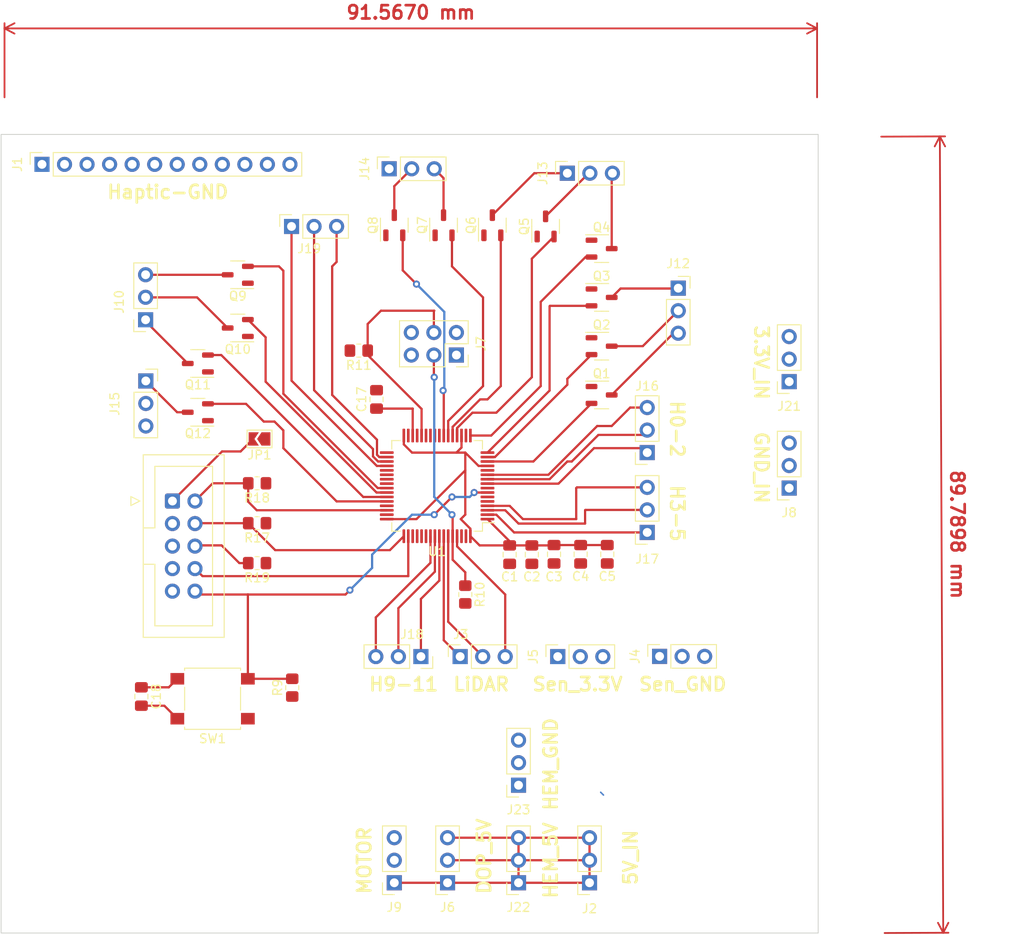
<source format=kicad_pcb>
(kicad_pcb (version 20221018) (generator pcbnew)
  (layers (0 "F.Cu" signal) (31 "B.Cu" signal) (34 "B.Paste" user) (35 "F.Paste" user) (36 "B.SilkS" user "B.Silkscreen") (37 "F.SilkS" user "F.Silkscreen") (38 "B.Mask" user) (39 "F.Mask" user) (44 "Edge.Cuts" user))
  (net 0 "")
  (net 1 "GND")
  (net 2 "+5V")
  (net 3 "+3.3V")
  (net 4 "/Vcap")
  (net 5 "/NRST")
  (net 6 "/I2C1_SCL")
  (net 7 "/I2C1_SDA")
  (net 8 "/Radar_Read")
  (net 9 "BOOT0")
  (net 10 "BOOT1")
  (net 11 "/bigmotor")
  (net 12 "/M10")
  (net 13 "/M9")
  (net 14 "/M8")
  (net 15 "/M2")
  (net 16 "/M1")
  (net 17 "/M0")
  (net 18 "/M5")
  (net 19 "/M4")
  (net 20 "/M3")
  (net 22 "/M7")
  (net 23 "/M6")
  (net 24 "/M11")
  (net 27 "/H4")
  (net 28 "/H8")
  (net 29 "/H7")
  (net 30 "/H10")
  (net 31 "/H5")
  (net 32 "/H6")
  (net 33 "/H0")
  (net 34 "/H9")
  (net 35 "/H11")
  (net 36 "/H3")
  (net 37 "/H2")
  (net 38 "/H1")
  (net 39 "Net-(J20-VTref)")
  (net 40 "/JTMS{slash}SWDIO")
  (net 41 "/JTCK{slash}SWCLK")
  (net 42 "/JTDO{slash}TRACESWO")
  (net 44 "/JTDI")
  (net 45 "/T0")
  (net 46 "/T1")
  (net 47 "/T2")
  (net 48 "/T3")
  (net 49 "/T4")
  (net 50 "/T5")
  (net 51 "/T6")
  (net 52 "/T7")
  (net 53 "/T8")
  (net 54 "/T9")
  (net 55 "/T10")
  (net 56 "/T11")
  (footprint "Connector_PinSocket_2.54mm:PinSocket_1x03_P2.54mm_Vertical" (layer "F.Cu") (at 176 56.96)
    (fp_text reference "J12")
    (fp_text value "Screw_Terminal_01x03")
  )
  (footprint "Connector_PinSocket_2.54mm:PinSocket_1x03_P2.54mm_Vertical" (layer "F.Cu") (at 144 124 180)
    (fp_text reference "J9")
    (fp_text value "Screw_Terminal_01x03")
  )
  (footprint "Resistor_SMD:R_0805_2012Metric_Pad1.20x1.40mm_HandSolder" (layer "F.Cu") (at 128.54 78.96 180)
    (fp_text reference "R18")
    (fp_text value "100k")
  )
  (footprint "Capacitor_SMD:C_0805_2012Metric_Pad1.18x1.45mm_HandSolder" (layer "F.Cu") (at 159.5 87 -90)
    (fp_text reference "C2")
    (fp_text value "100nF")
  )
  (footprint "Resistor_SMD:R_0805_2012Metric_Pad1.20x1.40mm_HandSolder" (layer "F.Cu") (at 128.54 87.96 180)
    (fp_text reference "R19")
    (fp_text value "100k")
  )
  (footprint "Capacitor_SMD:C_0805_2012Metric_Pad1.18x1.45mm_HandSolder" (layer "F.Cu") (at 168 86.9625 -90)
    (fp_text reference "C5")
    (fp_text value "4.7uF")
  )
  (footprint "Package_TO_SOT_SMD:SOT-23-3" (layer "F.Cu") (at 167.3625 52.5)
    (fp_text reference "Q4")
    (fp_text value "NMOS")
  )
  (footprint "Resistor_SMD:R_0805_2012Metric_Pad1.20x1.40mm_HandSolder" (layer "F.Cu") (at 152 91.5 -90)
    (fp_text reference "R10")
    (fp_text value "10k")
  )
  (footprint "Package_TO_SOT_SMD:SOT-23-3" (layer "F.Cu") (at 167.3625 63.5)
    (fp_text reference "Q2")
    (fp_text value "NMOS")
  )
  (footprint "Package_TO_SOT_SMD:SOT-23-3" (layer "F.Cu") (at 121.8625 70.95 180)
    (fp_text reference "Q12")
    (fp_text value "NMOS")
  )
  (footprint "Connector_PinSocket_2.54mm:PinSocket_2x03_P2.54mm_Vertical" (layer "F.Cu") (at 151 64.5 -90)
    (fp_text reference "J7")
    (fp_text value "Conn_02x03_Odd_Even")
  )
  (footprint "Connector_PinSocket_2.54mm:PinSocket_1x03_P2.54mm_Vertical" (layer "F.Cu") (at 172.5 75.5 180)
    (fp_text reference "J16")
    (fp_text value "Screw_Terminal_01x03")
  )
  (footprint "Package_QFP:LQFP-64_10x10mm_P0.5mm" (layer "F.Cu") (at 148.825 79.25 180)
    (fp_text reference "U1")
    (fp_text value "STM32F401RBTx")
  )
  (footprint "Package_TO_SOT_SMD:SOT-23-3" (layer "F.Cu") (at 144 49.8625 90)
    (fp_text reference "Q8")
    (fp_text value "NMOS")
  )
  (footprint "Capacitor_SMD:C_0805_2012Metric_Pad1.18x1.45mm_HandSolder" (layer "F.Cu") (at 162 86.9625 -90)
    (fp_text reference "C3")
    (fp_text value "100nF")
  )
  (footprint "Package_TO_SOT_SMD:SOT-23-3" (layer "F.Cu") (at 126.3625 61.45 180)
    (fp_text reference "Q10")
    (fp_text value "NMOS")
  )
  (footprint "Connector_PinSocket_2.54mm:PinSocket_1x03_P2.54mm_Vertical" (layer "F.Cu") (at 163.5 44 90)
    (fp_text reference "J13")
    (fp_text value "Screw_Terminal_01x03")
  )
  (footprint "Connector_PinSocket_2.54mm:PinSocket_1x03_P2.54mm_Vertical" (layer "F.Cu") (at 188.5 79.5 180)
    (fp_text reference "J8")
    (fp_text value "Screw_Terminal_01x03")
  )
  (footprint "Capacitor_SMD:C_0805_2012Metric_Pad1.18x1.45mm_HandSolder" (layer "F.Cu") (at 142 69.5 90)
    (fp_text reference "C17")
    (fp_text value "2.2uF")
  )
  (footprint "Connector_PinSocket_2.54mm:PinSocket_1x03_P2.54mm_Vertical" (layer "F.Cu") (at 162.42 98.5 90)
    (fp_text reference "J5")
    (fp_text value "Screw_Terminal_01x03")
  )
  (footprint "Package_TO_SOT_SMD:SOT-23-3" (layer "F.Cu") (at 126.3625 55.45 180)
    (fp_text reference "Q9")
    (fp_text value "NMOS")
  )
  (footprint "Jumper:SolderJumper-2_P1.3mm_Open_TrianglePad1.0x1.5mm" (layer "F.Cu") (at 128.815 73.96 180)
    (fp_text reference "JP1")
    (fp_text value "SolderJumper_2_Open")
  )
  (footprint "Connector_PinSocket_2.54mm:PinSocket_1x03_P2.54mm_Vertical" (layer "F.Cu") (at 132.42 50 90)
    (fp_text reference "J19")
    (fp_text value "Screw_Terminal_01x03")
  )
  (footprint "Resistor_SMD:R_0805_2012Metric_Pad1.20x1.40mm_HandSolder" (layer "F.Cu") (at 140 64 180)
    (fp_text reference "R11")
    (fp_text value "10k")
  )
  (footprint "Connector_PinSocket_2.54mm:PinSocket_1x03_P2.54mm_Vertical" (layer "F.Cu") (at 147 98.5 -90)
    (fp_text reference "J18")
    (fp_text value "Screw_Terminal_01x03")
  )
  (footprint "Package_TO_SOT_SMD:SOT-23-3" (layer "F.Cu") (at 121.8625 65.45 180)
    (fp_text reference "Q11")
    (fp_text value "NMOS")
  )
  (footprint "Resistor_SMD:R_0805_2012Metric_Pad1.20x1.40mm_HandSolder" (layer "F.Cu") (at 132.5 102 90)
    (fp_text reference "R9")
    (fp_text value "10k")
  )
  (footprint "Package_TO_SOT_SMD:SOT-23-3" (layer "F.Cu") (at 161.05 50 90)
    (fp_text reference "Q5")
    (fp_text value "NMOS")
  )
  (footprint "Connector_PinSocket_2.54mm:PinSocket_1x12_P2.54mm_Vertical" (layer "F.Cu") (at 104.3 43 90)
    (fp_text reference "J1")
    (fp_text value "Screw_Terminal_01x12")
  )
  (footprint "Capacitor_SMD:C_0805_2012Metric_Pad1.18x1.45mm_HandSolder" (layer "F.Cu") (at 115.5 103 -90)
    (fp_text reference "C18")
    (fp_text value "1uF")
  )
  (footprint "Connector_IDC:IDC-Header_2x05_P2.54mm_Vertical" (layer "F.Cu") (at 119 80.96)
    (fp_text reference "J20" hide)
    (fp_text value "Conn_ARM_JTAG_SWD_10")
  )
  (footprint "Capacitor_SMD:C_0805_2012Metric_Pad1.18x1.45mm_HandSolder" (layer "F.Cu") (at 165 86.9625 -90)
    (fp_text reference "C4")
    (fp_text value "100nF")
  )
  (footprint "Connector_PinSocket_2.54mm:PinSocket_1x03_P2.54mm_Vertical" (layer "F.Cu") (at 172.5 84.5 180)
    (fp_text reference "J17")
    (fp_text value "Screw_Terminal_01x03")
  )
  (footprint "Capacitor_SMD:C_0805_2012Metric_Pad1.18x1.45mm_HandSolder" (layer "F.Cu") (at 157 87 -90)
    (fp_text reference "C1")
    (fp_text value "100nF")
  )
  (footprint "Resistor_SMD:R_0805_2012Metric_Pad1.20x1.40mm_HandSolder" (layer "F.Cu") (at 128.54 83.46 180)
    (fp_text reference "R17")
    (fp_text value "100k")
  )
  (footprint "Package_TO_SOT_SMD:SOT-23-3" (layer "F.Cu") (at 149.55 49.8625 90)
    (fp_text reference "Q7")
    (fp_text value "NMOS")
  )
  (footprint "Connector_PinSocket_2.54mm:PinSocket_1x03_P2.54mm_Vertical" (layer "F.Cu") (at 115.975 60.525 180)
    (fp_text reference "J10")
    (fp_text value "Screw_Terminal_01x03")
  )
  (footprint "Button_Switch_SMD:SW_SPST_B3S-1000" (layer "F.Cu") (at 123.525 103.25 180)
    (fp_text reference "SW1")
    (fp_text value "SW_Push")
  )
  (footprint "Package_TO_SOT_SMD:SOT-23-3" (layer "F.Cu") (at 167.3625 69)
    (fp_text reference "Q1")
    (fp_text value "NMOS")
  )
  (footprint "Package_TO_SOT_SMD:SOT-23-3" (layer "F.Cu") (at 167.3625 58)
    (fp_text reference "Q3")
    (fp_text value "NMOS")
  )
  (footprint "Connector_PinSocket_2.54mm:PinSocket_1x03_P2.54mm_Vertical" (layer "F.Cu") (at 158 113 180)
    (fp_text reference "J23")
    (fp_text value "Screw_Terminal_01x03")
  )
  (footprint "Connector_PinSocket_2.54mm:PinSocket_1x03_P2.54mm_Vertical" (layer "F.Cu") (at 166 124 180)
    (fp_text reference "J2")
    (fp_text value "Screw_Terminal_01x03")
  )
  (footprint "Connector_PinSocket_2.54mm:PinSocket_1x03_P2.54mm_Vertical" (layer "F.Cu") (at 116 67.42)
    (fp_text reference "J15")
    (fp_text value "Screw_Terminal_01x03")
  )
  (footprint "Connector_PinSocket_2.54mm:PinSocket_1x03_P2.54mm_Vertical" (layer "F.Cu") (at 143.42 43.5 90)
    (fp_text reference "J14")
    (fp_text value "Screw_Terminal_01x03")
  )
  (footprint "Connector_PinSocket_2.54mm:PinSocket_1x03_P2.54mm_Vertical" (layer "F.Cu") (at 150 124 180)
    (fp_text reference "J6")
    (fp_text value "Screw_Terminal_01x03")
  )
  (footprint "Connector_PinSocket_2.54mm:PinSocket_1x03_P2.54mm_Vertical" (layer "F.Cu") (at 173.895 98.475 90)
    (fp_text reference "J4")
    (fp_text value "Screw_Terminal_01x03")
  )
  (footprint "Package_TO_SOT_SMD:SOT-23-3" (layer "F.Cu") (at 155.05 49.8625 90)
    (fp_text reference "Q6")
    (fp_text value "NMOS")
  )
  (footprint "Connector_PinSocket_2.54mm:PinSocket_1x03_P2.54mm_Vertical" (layer "F.Cu") (at 188.5 67.5 180)
    (fp_text reference "J21")
    (fp_text value "Screw_Terminal_01x03")
  )
  (footprint "Connector_PinSocket_2.54mm:PinSocket_1x03_P2.54mm_Vertical" (layer "F.Cu") (at 158 124 180)
    (fp_text reference "J22")
    (fp_text value "Screw_Terminal_01x03")
  )
  (footprint "Connector_PinSocket_2.54mm:PinSocket_1x03_P2.54mm_Vertical" (layer "F.Cu") (at 151.42 98.5 90)
    (fp_text reference "J3")
    (fp_text value "Screw_Terminal_01x03")
  )
  (gr_rect (start 99.695 39.624) (end 191.77 129.667) (stroke (width 0.1)) (fill none) (layer "Edge.Cuts"))
  (gr_text "H9-11" (at 141 102.5) (layer "F.SilkS") (effects (font (size 1.5 1.5) (thickness 0.3) bold) (justify left bottom)))
  (gr_text "Haptic-GND" (at 111.5 47) (layer "F.SilkS") (effects (font (size 1.5 1.5) (thickness 0.3) bold) (justify left bottom)))
  (gr_text "H3-5" (at 175 79 -90) (layer "F.SilkS") (effects (font (size 1.5 1.5) (thickness 0.3) bold) (justify left bottom)))
  (gr_text "Sen_GND" (at 171.42 102.5) (layer "F.SilkS") (effects (font (size 1.5 1.5) (thickness 0.3) bold) (justify left bottom)))
  (gr_text "DOP_5V\n" (at 155 125.42 90) (layer "F.SilkS") (effects (font (size 1.5 1.5) (thickness 0.3) bold) (justify left bottom)))
  (gr_text "GND_IN" (at 184.5 73 -90) (layer "F.SilkS") (effects (font (size 1.5 1.5) (thickness 0.3) bold) (justify left bottom)))
  (gr_text "H0-2" (at 175 69.5 -90) (layer "F.SilkS") (effects (font (size 1.5 1.5) (thickness 0.3) bold) (justify left bottom)))
  (gr_text "LiDAR" (at 150.5 102.5) (layer "F.SilkS") (effects (font (size 1.5 1.5) (thickness 0.3) bold) (justify left bottom)))
  (gr_text "3.3V_IN\n" (at 184.5 61 -90) (layer "F.SilkS") (effects (font (size 1.5 1.5) (thickness 0.3) bold) (justify left bottom)))
  (gr_text "MOTOR" (at 141.5 125.42 90) (layer "F.SilkS") (effects (font (size 1.5 1.5) (thickness 0.3) bold) (justify left bottom)))
  (gr_text "5V_IN" (at 171.5 124.42 90) (layer "F.SilkS") (effects (font (size 1.5 1.5) (thickness 0.3) bold) (justify left bottom)))
  (gr_text "HEM_5V" (at 162.5 125.92 90) (layer "F.SilkS") (effects (font (size 1.5 1.5) (thickness 0.3) bold) (justify left bottom)))
  (gr_text "HEM_GND" (at 162.5 116 90) (layer "F.SilkS") (effects (font (size 1.5 1.5) (thickness 0.3) bold) (justify left bottom)))
  (gr_text "Sen_3.3V" (at 159.42 102.5) (layer "F.SilkS") (effects (font (size 1.5 1.5) (thickness 0.3) bold) (justify left bottom)))
  (dimension (type aligned) (layer "F.Cu") (pts (xy 198.374 39.878) (xy 198.755 129.667)) (height -7.103454) (gr_text "89.7898 mm" (at 207.467874 84.73472 270.2431207) (layer "F.Cu") (effects (font (size 1.5 1.5) (thickness 0.3)))) (format (prefix "") (suffix "") (units 3) (units_format 1) (precision 4)) (style (thickness 0.2) (arrow_length 1.27) (text_position_mode 0) (extension_height 0.58642) (extension_offset 0.5) keep_text_aligned))
  (dimension (type aligned) (layer "F.Cu") (pts (xy 100.076 35.941) (xy 191.643 35.941)) (height -8.26788) (gr_text "91.5670 mm" (at 145.8595 25.87312) (layer "F.Cu") (effects (font (size 1.5 1.5) (thickness 0.3)))) (format (prefix "") (suffix "") (units 3) (units_format 1) (precision 4)) (style (thickness 0.2) (arrow_length 1.27) (text_position_mode 0) (extension_height 0.58642) (extension_offset 0.5) keep_text_aligned))
  (segment (start 118.0875 104.0375) (end 119.55 105.5) (width 0.25) (layer "F.Cu") (net 1))
  (segment (start 115.5 104.0375) (end 118.0875 104.0375) (width 0.25) (layer "F.Cu") (net 1))
  (segment (start 158 121.46) (end 158 118.92) (width 0.25) (layer "F.Cu") (net 2))
  (segment (start 158 124) (end 158 121.46) (width 0.25) (layer "F.Cu") (net 2))
  (segment (start 158 118.92) (end 150 118.92) (width 0.25) (layer "F.Cu") (net 2))
  (segment (start 166 121.46) (end 166 118.92) (width 0.25) (layer "F.Cu") (net 2))
  (segment (start 150 124) (end 144 124) (width 0.25) (layer "F.Cu") (net 2))
  (segment (start 166 124) (end 158 124) (width 0.25) (layer "F.Cu") (net 2))
  (segment (start 166 118.92) (end 158 118.92) (width 0.25) (layer "F.Cu") (net 2))
  (segment (start 166 121.46) (end 158 121.46) (width 0.25) (layer "F.Cu") (net 2))
  (segment (start 158 124) (end 150 124) (width 0.25) (layer "F.Cu") (net 2))
  (segment (start 158 121.46) (end 150 121.46) (width 0.25) (layer "F.Cu") (net 2))
  (segment (start 166 124) (end 166 121.46) (width 0.25) (layer "F.Cu") (net 2))
  (segment (start 152 75.5) (end 153.5 77) (width 0.25) (layer "F.Cu") (net 3))
  (segment (start 151.575 74.925) (end 151.575 73.575) (width 0.25) (layer "F.Cu") (net 3))
  (segment (start 151.492764 83) (end 152.575 84.082236) (width 0.25) (layer "F.Cu") (net 3))
  (segment (start 157 85.9625) (end 153.6125 85.9625) (width 0.25) (layer "F.Cu") (net 3))
  (segment (start 146 75.5) (end 151 75.5) (width 0.25) (layer "F.Cu") (net 3))
  (segment (start 153.6125 85.9625) (end 152.575 84.925) (width 0.25) (layer "F.Cu") (net 3))
  (segment (start 151 75.5) (end 152 75.5) (width 0.25) (layer "F.Cu") (net 3))
  (segment (start 162 85.925) (end 165 85.925) (width 0.25) (layer "F.Cu") (net 3))
  (segment (start 157 85.9625) (end 159.5 85.9625) (width 0.25) (layer "F.Cu") (net 3))
  (segment (start 151.492764 83) (end 152 82.492764) (width 0.25) (layer "F.Cu") (net 3))
  (segment (start 151 75.5) (end 151.575 74.925) (width 0.25) (layer "F.Cu") (net 3))
  (segment (start 152 82.492764) (end 152 75.5) (width 0.25) (layer "F.Cu") (net 3))
  (segment (start 161.9625 85.9625) (end 162 85.925) (width 0.25) (layer "F.Cu") (net 3))
  (segment (start 157 85.5) (end 154.5 83) (width 0.25) (layer "F.Cu") (net 3))
  (segment (start 165 85.925) (end 168 85.925) (width 0.25) (layer "F.Cu") (net 3))
  (segment (start 145.075 74.575) (end 146 75.5) (width 0.25) (layer "F.Cu") (net 3))
  (segment (start 153.5 77) (end 154.5 77) (width 0.25) (layer "F.Cu") (net 3))
  (segment (start 146.5 83) (end 152 77.5) (width 0.25) (layer "F.Cu") (net 3))
  (segment (start 143.15 83) (end 146.5 83) (width 0.25) (layer "F.Cu") (net 3))
  (segment (start 145.075 73.575) (end 145.075 74.575) (width 0.25) (layer "F.Cu") (net 3))
  (segment (start 159.5 85.9625) (end 161.9625 85.9625) (width 0.25) (layer "F.Cu") (net 3))
  (segment (start 157 85.9625) (end 157 85.5) (width 0.25) (layer "F.Cu") (net 3))
  (segment (start 152.575 84.082236) (end 152.575 84.925) (width 0.25) (layer "F.Cu") (net 3))
  (segment locked (start 167.256788 113.794468) (end 167.57232 114.11) (width 0.175) (layer "B.Cu") (net 3))
  (segment (start 146.075 70.5375) (end 142 70.5375) (width 0.25) (layer "F.Cu") (net 4))
  (segment (start 146.075 73.575) (end 146.075 70.5375) (width 0.25) (layer "F.Cu") (net 4))
  (segment (start 127.5 101) (end 132.5 101) (width 0.25) (layer "F.Cu") (net 5))
  (segment (start 138.5 91.5) (end 139 91) (width 0.25) (layer "F.Cu") (net 5))
  (segment (start 115.5 101.9625) (end 118.5875 101.9625) (width 0.25) (layer "F.Cu") (net 5))
  (segment (start 127.5 91.5) (end 138.5 91.5) (width 0.25) (layer "F.Cu") (net 5))
  (segment (start 118.5875 101.9625) (end 119.55 101) (width 0.25) (layer "F.Cu") (net 5))
  (segment (start 153 80) (end 154.5 80) (width 0.25) (layer "F.Cu") (net 5))
  (segment (start 148.5 82.5) (end 150.5 80.5) (width 0.25) (layer "F.Cu") (net 5))
  (segment (start 121.54 91.12) (end 121.92 91.5) (width 0.25) (layer "F.Cu") (net 5))
  (segment (start 121.92 91.5) (end 127.5 91.5) (width 0.25) (layer "F.Cu") (net 5))
  (segment (start 127.5 101) (end 127.5 91.5) (width 0.25) (layer "F.Cu") (net 5))
  (via (at 150.5 80.5) (size 0.8) (drill 0.4) (layers "F.Cu" "B.Cu") (net 5))
  (via (at 148.5 82.5) (size 0.8) (drill 0.4) (layers "F.Cu" "B.Cu") (net 5))
  (via (at 153 80) (size 0.8) (drill 0.4) (layers "F.Cu" "B.Cu") (net 5))
  (via (at 139 91) (size 0.8) (drill 0.4) (layers "F.Cu" "B.Cu") (net 5))
  (segment (start 139 91) (end 141.5 88.5) (width 0.25) (layer "B.Cu") (net 5))
  (segment (start 150.5 80.5) (end 152.5 80.5) (width 0.25) (layer "B.Cu") (net 5))
  (segment (start 141.5 88.5) (end 141.5 87) (width 0.25) (layer "B.Cu") (net 5))
  (segment (start 146 82.5) (end 148.5 82.5) (width 0.25) (layer "B.Cu") (net 5))
  (segment (start 152.5 80.5) (end 153 80) (width 0.25) (layer "B.Cu") (net 5))
  (segment (start 141.5 87) (end 146 82.5) (width 0.25) (layer "B.Cu") (net 5))
  (segment (start 149.575 96.655) (end 151.42 98.5) (width 0.25) (layer "F.Cu") (net 6))
  (segment (start 149.575 84.925) (end 149.575 96.655) (width 0.25) (layer "F.Cu") (net 6))
  (segment (start 150.075 94.575) (end 153.96 98.46) (width 0.25) (layer "F.Cu") (net 7))
  (segment (start 153.96 98.46) (end 153.96 98.5) (width 0.25) (layer "F.Cu") (net 7))
  (segment (start 150.075 84.925) (end 150.075 94.575) (width 0.25) (layer "F.Cu") (net 7))
  (segment (start 151.075 86.075) (end 156.5 91.5) (width 0.25) (layer "F.Cu") (net 8))
  (segment (start 156.5 91.5) (end 156.5 98.5) (width 0.25) (layer "F.Cu") (net 8))
  (segment (start 151.075 84.925) (end 151.075 86.075) (width 0.25) (layer "F.Cu") (net 8))
  (segment (start 150.575 82.575) (end 150.575 84.925) (width 0.25) (layer "F.Cu") (net 9))
  (segment (start 152 89) (end 152 90.5) (width 0.25) (layer "F.Cu") (net 9))
  (segment (start 150.5 82.5) (end 150.575 82.575) (width 0.25) (layer "F.Cu") (net 9))
  (segment (start 148.46 66.96) (end 148.5 67) (width 0.25) (layer "F.Cu") (net 9))
  (segment (start 148.46 64.5) (end 148.46 66.96) (width 0.25) (layer "F.Cu") (net 9))
  (segment (start 150.575 84.925) (end 150.575 87.575) (width 0.25) (layer "F.Cu") (net 9))
  (segment (start 150.575 87.575) (end 152 89) (width 0.25) (layer "F.Cu") (net 9))
  (via (at 148.5 67) (size 0.8) (drill 0.4) (layers "F.Cu" "B.Cu") (net 9))
  (via (at 150.5 82.5) (size 0.8) (drill 0.4) (layers "F.Cu" "B.Cu") (net 9))
  (segment (start 148.5 80.5) (end 150.5 82.5) (width 0.25) (layer "B.Cu") (net 9))
  (segment (start 148.5 67) (end 148.5 80.5) (width 0.25) (layer "B.Cu") (net 9))
  (segment (start 148.46 61.96) (end 148.46 59.54) (width 0.25) (layer "F.Cu") (net 10))
  (segment (start 148.5 59.5) (end 142.5 59.5) (width 0.25) (layer "F.Cu") (net 10))
  (segment (start 147.075 73.575) (end 147.075 70.575) (width 0.25) (layer "F.Cu") (net 10))
  (segment (start 141 61) (end 141 64) (width 0.25) (layer "F.Cu") (net 10))
  (segment (start 142.5 59.5) (end 141 61) (width 0.25) (layer "F.Cu") (net 10))
  (segment (start 148.46 59.54) (end 148.5 59.5) (width 0.25) (layer "F.Cu") (net 10))
  (segment (start 147.075 70.575) (end 141 64.5) (width 0.25) (layer "F.Cu") (net 10))
  (segment (start 141 64.5) (end 141 64) (width 0.25) (layer "F.Cu") (net 10))
  (segment (start 115.975 60.7) (end 115.975 60.525) (width 0.25) (layer "F.Cu") (net 12))
  (segment (start 120.725 65.45) (end 115.975 60.7) (width 0.25) (layer "F.Cu") (net 12))
  (segment (start 125.225 61.45) (end 121.775 58) (width 0.25) (layer "F.Cu") (net 13))
  (segment (start 121.775 58) (end 115.99 58) (width 0.25) (layer "F.Cu") (net 13))
  (segment (start 115.99 58) (end 115.975 57.985) (width 0.25) (layer "F.Cu") (net 13))
  (segment (start 125.225 55.45) (end 115.98 55.45) (width 0.25) (layer "F.Cu") (net 14))
  (segment (start 115.98 55.45) (end 115.975 55.445) (width 0.25) (layer "F.Cu") (net 14))
  (segment (start 175.96 57) (end 176 56.96) (width 0.25) (layer "F.Cu") (net 15))
  (segment (start 168.5 58) (end 169.5 57) (width 0.25) (layer "F.Cu") (net 15))
  (segment (start 169.5 57) (end 175.96 57) (width 0.25) (layer "F.Cu") (net 15))
  (segment (start 168.5 63.5) (end 172 63.5) (width 0.25) (layer "F.Cu") (net 16))
  (segment (start 172 63.5) (end 176 59.5) (width 0.25) (layer "F.Cu") (net 16))
  (segment (start 175.46 62.04) (end 176 62.04) (width 0.25) (layer "F.Cu") (net 17))
  (segment (start 168.5 69) (end 175.46 62.04) (width 0.25) (layer "F.Cu") (net 17))
  (segment (start 155.05 48.725) (end 159.775 44) (width 0.25) (layer "F.Cu") (net 18))
  (segment (start 159.775 44) (end 163.5 44) (width 0.25) (layer "F.Cu") (net 18))
  (segment (start 161.05 48.8625) (end 165.9125 44) (width 0.25) (layer "F.Cu") (net 19))
  (segment (start 165.9125 44) (end 166.04 44) (width 0.25) (layer "F.Cu") (net 19))
  (segment (start 168.5 44.08) (end 168.58 44) (width 0.25) (layer "F.Cu") (net 20))
  (segment (start 168.5 52.5) (end 168.5 44.08) (width 0.25) (layer "F.Cu") (net 20))
  (segment (start 144 45.46) (end 145.96 43.5) (width 0.25) (layer "F.Cu") (net 22))
  (segment (start 144 48.725) (end 144 45.46) (width 0.25) (layer "F.Cu") (net 22))
  (segment (start 149.55 48.725) (end 149.55 44.55) (width 0.25) (layer "F.Cu") (net 23))
  (segment (start 149.55 44.55) (end 148.5 43.5) (width 0.25) (layer "F.Cu") (net 23))
  (segment (start 120.725 70.95) (end 119.53 70.95) (width 0.25) (layer "F.Cu") (net 24))
  (segment (start 119.53 70.95) (end 116 67.42) (width 0.25) (layer "F.Cu") (net 24))
  (segment (start 154.5 82) (end 156.5 82) (width 0.25) (layer "F.Cu") (net 27))
  (segment (start 165.54 81.96) (end 172.5 81.96) (width 0.25) (layer "F.Cu") (net 27))
  (segment (start 158 83.5) (end 165.5 83.5) (width 0.25) (layer "F.Cu") (net 27))
  (segment (start 156.5 82) (end 158 83.5) (width 0.25) (layer "F.Cu") (net 27))
  (segment (start 165.5 82) (end 165.54 81.96) (width 0.25) (layer "F.Cu") (net 27))
  (segment (start 165.5 83.5) (end 165.5 82) (width 0.25) (layer "F.Cu") (net 27))
  (segment (start 132.42 67.385556) (end 132.42 50) (width 0.25) (layer "F.Cu") (net 28))
  (segment (start 142.034444 77) (end 132.42 67.385556) (width 0.25) (layer "F.Cu") (net 28))
  (segment (start 143.15 77) (end 142.034444 77) (width 0.25) (layer "F.Cu") (net 28))
  (segment (start 141.6 75.1) (end 134.96 68.46) (width 0.25) (layer "F.Cu") (net 29))
  (segment (start 134.96 68.46) (end 134.96 50) (width 0.25) (layer "F.Cu") (net 29))
  (segment (start 143.15 76.5) (end 142.17084 76.5) (width 0.25) (layer "F.Cu") (net 29))
  (segment (start 142.17084 76.5) (end 141.6 75.92916) (width 0.25) (layer "F.Cu") (net 29))
  (segment (start 141.6 75.92916) (end 141.6 75.1) (width 0.25) (layer "F.Cu") (net 29))
  (segment (start 148.575 84.925) (end 148.575 88.925) (width 0.25) (layer "F.Cu") (net 30))
  (segment (start 144.46 93.04) (end 144.46 98.5) (width 0.25) (layer "F.Cu") (net 30))
  (segment (start 148.575 88.925) (end 144.46 93.04) (width 0.25) (layer "F.Cu") (net 30))
  (segment (start 157.5 84.5) (end 172.5 84.5) (width 0.25) (layer "F.Cu") (net 31))
  (segment (start 154.5 82.5) (end 155.5 82.5) (width 0.25) (layer "F.Cu") (net 31))
  (segment (start 155.5 82.5) (end 157.5 84.5) (width 0.25) (layer "F.Cu") (net 31))
  (segment (start 137 54.5) (end 137.5 54) (width 0.25) (layer "F.Cu") (net 32))
  (segment (start 142.307236 76) (end 142.05 75.742764) (width 0.25) (layer "F.Cu") (net 32))
  (segment (start 142.05 75.742764) (end 142.05 74.05) (width 0.25) (layer "F.Cu") (net 32))
  (segment (start 143.15 76) (end 142.307236 76) (width 0.25) (layer "F.Cu") (net 32))
  (segment (start 137.5 54) (end 137.5 50) (width 0.25) (layer "F.Cu") (net 32))
  (segment (start 142.05 74.05) (end 137 69) (width 0.25) (layer "F.Cu") (net 32))
  (segment (start 137 69) (end 137 54.5) (width 0.25) (layer "F.Cu") (net 32))
  (segment (start 170.58 70.42) (end 172.5 70.42) (width 0.25) (layer "F.Cu") (net 33))
  (segment (start 161.363604 78) (end 166.863604 72.5) (width 0.25) (layer "F.Cu") (net 33))
  (segment (start 154.5 78) (end 161.363604 78) (width 0.25) (layer "F.Cu") (net 33))
  (segment (start 166.863604 72.5) (end 168.5 72.5) (width 0.25) (layer "F.Cu") (net 33))
  (segment (start 168.5 72.5) (end 170.58 70.42) (width 0.25) (layer "F.Cu") (net 33))
  (segment (start 141.92 94.08) (end 141.92 98.5) (width 0.25) (layer "F.Cu") (net 34))
  (segment (start 148.075 84.925) (end 148.075 87.925) (width 0.25) (layer "F.Cu") (net 34))
  (segment (start 148.075 87.925) (end 141.92 94.08) (width 0.25) (layer "F.Cu") (net 34))
  (segment (start 149.075 84.925) (end 149.075 89.925) (width 0.25) (layer "F.Cu") (net 35))
  (segment (start 147 92) (end 147 98.5) (width 0.25) (layer "F.Cu") (net 35))
  (segment (start 149.075 89.925) (end 147 92) (width 0.25) (layer "F.Cu") (net 35))
  (segment (start 154.5 81.5) (end 157 81.5) (width 0.25) (layer "F.Cu") (net 36))
  (segment (start 164.58 79.42) (end 172.5 79.42) (width 0.25) (layer "F.Cu") (net 36))
  (segment (start 158.5 83) (end 164.5 83) (width 0.25) (layer "F.Cu") (net 36))
  (segment (start 164.5 79.5) (end 164.58 79.42) (width 0.25) (layer "F.Cu") (net 36))
  (segment (start 164.5 83) (end 164.5 79.5) (width 0.25) (layer "F.Cu") (net 36))
  (segment (start 157 81.5) (end 158.5 83) (width 0.25) (layer "F.Cu") (net 36))
  (segment (start 166.5 75) (end 172 75) (width 0.25) (layer "F.Cu") (net 37))
  (segment (start 154.5 79) (end 162.5 79) (width 0.25) (layer "F.Cu") (net 37))
  (segment (start 172 75) (end 172.5 75.5) (width 0.25) (layer "F.Cu") (net 37))
  (segment (start 162.5 79) (end 166.5 75) (width 0.25) (layer "F.Cu") (net 37))
  (segment (start 154.5 78.5) (end 161.5 78.5) (width 0.25) (layer "F.Cu") (net 38))
  (segment (start 167 73.5) (end 171.96 73.5) (width 0.25) (layer "F.Cu") (net 38))
  (segment (start 171.96 73.5) (end 172.5 72.96) (width 0.25) (layer "F.Cu") (net 38))
  (segment (start 164 76.5) (end 167 73.5) (width 0.25) (layer "F.Cu") (net 38))
  (segment (start 163.5 76.5) (end 164 76.5) (width 0.25) (layer "F.Cu") (net 38))
  (segment (start 161.5 78.5) (end 163.5 76.5) (width 0.25) (layer "F.Cu") (net 38))
  (segment (start 124.59 75.37) (end 119 80.96) (width 0.25) (layer "F.Cu") (net 39))
  (segment (start 126.68 75.37) (end 128.09 73.96) (width 0.25) (layer "F.Cu") (net 39))
  (segment (start 124.59 75.37) (end 126.68 75.37) (width 0.25) (layer "F.Cu") (net 39))
  (segment (start 123.54 78.96) (end 121.54 80.96) (width 0.25) (layer "F.Cu") (net 40))
  (segment (start 127.54 81.04) (end 128.5 82) (width 0.25) (layer "F.Cu") (net 40))
  (segment (start 127.54 78.96) (end 123.54 78.96) (width 0.25) (layer "F.Cu") (net 40))
  (segment (start 128.5 82) (end 143.15 82) (width 0.25) (layer "F.Cu") (net 40))
  (segment (start 127.54 78.96) (end 127.54 81.04) (width 0.25) (layer "F.Cu") (net 40))
  (segment (start 143.5 86.5) (end 130.58 86.5) (width 0.25) (layer "F.Cu") (net 41))
  (segment (start 121.58 83.46) (end 121.54 83.5) (width 0.25) (layer "F.Cu") (net 41))
  (segment (start 130.58 86.5) (end 127.54 83.46) (width 0.25) (layer "F.Cu") (net 41))
  (segment (start 145.075 84.925) (end 143.5 86.5) (width 0.25) (layer "F.Cu") (net 41))
  (segment (start 127.54 83.46) (end 121.58 83.46) (width 0.25) (layer "F.Cu") (net 41))
  (segment (start 124.54 85.96) (end 121.62 85.96) (width 0.25) (layer "F.Cu") (net 42))
  (segment (start 126.54 87.96) (end 124.54 85.96) (width 0.25) (layer "F.Cu") (net 42))
  (segment (start 121.62 85.96) (end 121.54 86.04) (width 0.25) (layer "F.Cu") (net 42))
  (segment (start 127.54 87.96) (end 126.54 87.96) (width 0.25) (layer "F.Cu") (net 42))
  (segment (start 145.575 89.425) (end 145.575 84.925) (width 0.25) (layer "F.Cu") (net 44))
  (segment (start 121.54 88.58) (end 122.39 89.43) (width 0.25) (layer "F.Cu") (net 44))
  (segment (start 145.57 89.43) (end 145.575 89.425) (width 0.25) (layer "F.Cu") (net 44))
  (segment (start 122.39 89.43) (end 145.57 89.43) (width 0.25) (layer "F.Cu") (net 44))
  (segment (start 159.675 76.5) (end 166.225 69.95) (width 0.25) (layer "F.Cu") (net 45))
  (segment (start 154.5 76.5) (end 159.675 76.5) (width 0.25) (layer "F.Cu") (net 45))
  (segment (start 163.5 67.175) (end 166.225 64.45) (width 0.25) (layer "F.Cu") (net 46))
  (segment (start 163.5 67.842764) (end 163.5 67.175) (width 0.25) (layer "F.Cu") (net 46))
  (segment (start 155.342764 76) (end 163.5 67.842764) (width 0.25) (layer "F.Cu") (net 46))
  (segment (start 154.5 76) (end 155.342764 76) (width 0.25) (layer "F.Cu") (net 46))
  (segment (start 161.5 68.5) (end 161.5 59) (width 0.25) (layer "F.Cu") (net 47))
  (segment (start 161.5 59) (end 161.55 58.95) (width 0.25) (layer "F.Cu") (net 47))
  (segment (start 161.55 58.95) (end 166.225 58.95) (width 0.25) (layer "F.Cu") (net 47))
  (segment (start 154.5 75.5) (end 161.5 68.5) (width 0.25) (layer "F.Cu") (net 47))
  (segment (start 154.925 73.575) (end 160.5 68) (width 0.25) (layer "F.Cu") (net 48))
  (segment (start 165.55 53.45) (end 166.225 53.45) (width 0.25) (layer "F.Cu") (net 48))
  (segment (start 160.5 58.5) (end 165.55 53.45) (width 0.25) (layer "F.Cu") (net 48))
  (segment (start 152.575 73.575) (end 154.925 73.575) (width 0.25) (layer "F.Cu") (net 48))
  (segment (start 160.5 68) (end 160.5 58.5) (width 0.25) (layer "F.Cu") (net 48))
  (segment (start 159.5 53.6375) (end 162 51.1375) (width 0.25) (layer "F.Cu") (net 49))
  (segment (start 151.075 73.575) (end 151.075 72.732236) (width 0.25) (layer "F.Cu") (net 49))
  (segment (start 159.5 67) (end 159.5 53.6375) (width 0.25) (layer "F.Cu") (net 49))
  (segment (start 152.807236 71) (end 155.5 71) (width 0.25) (layer "F.Cu") (net 49))
  (segment (start 155.5 71) (end 159.5 67) (width 0.25) (layer "F.Cu") (net 49))
  (segment (start 151.075 72.732236) (end 152.807236 71) (width 0.25) (layer "F.Cu") (net 49))
  (segment (start 156 68) (end 156 51) (width 0.25) (layer "F.Cu") (net 50))
  (segment (start 153.67084 69.5) (end 154.5 69.5) (width 0.25) (layer "F.Cu") (net 50))
  (segment (start 154.5 69.5) (end 156 68) (width 0.25) (layer "F.Cu") (net 50))
  (segment (start 150.575 73.575) (end 150.575 72.59584) (width 0.25) (layer "F.Cu") (net 50))
  (segment (start 150.575 72.59584) (end 153.67084 69.5) (width 0.25) (layer "F.Cu") (net 50))
  (segment (start 150.075 73.575) (end 150.075 71.925) (width 0.25) (layer "F.Cu") (net 51))
  (segment (start 154 68) (end 154 58) (width 0.25) (layer "F.Cu") (net 51))
  (segment (start 150.5 54.5) (end 150.5 51) (width 0.25) (layer "F.Cu") (net 51))
  (segment (start 150.075 71.925) (end 154 68) (width 0.25) (layer "F.Cu") (net 51))
  (segment (start 154 58) (end 150.5 54.5) (width 0.25) (layer "F.Cu") (net 51))
  (segment (start 146.5 56.5) (end 144.95 54.95) (width 0.25) (layer "F.Cu") (net 52))
  (segment (start 144.95 54.95) (end 144.95 51) (width 0.25) (layer "F.Cu") (net 52))
  (segment (start 149.575 68.575) (end 149.5 68.5) (width 0.25) (layer "F.Cu") (net 52))
  (segment (start 149.575 73.575) (end 149.575 68.575) (width 0.25) (layer "F.Cu") (net 52))
  (via (at 149.5 68.5) (size 0.8) (drill 0.4) (layers "F.Cu" "B.Cu") (net 52))
  (via (at 146.5 56.5) (size 0.8) (drill 0.4) (layers "F.Cu" "B.Cu") (net 52))
  (segment (start 149.635 59.635) (end 146.5 56.5) (width 0.25) (layer "B.Cu") (net 52))
  (segment (start 149.5 68.5) (end 149.635 68.365) (width 0.25) (layer "B.Cu") (net 52))
  (segment (start 149.635 68.365) (end 149.635 59.635) (width 0.25) (layer "B.Cu") (net 52))
  (segment (start 143.15 79.5) (end 142.136396 79.5) (width 0.25) (layer "F.Cu") (net 53))
  (segment (start 142.136396 79.5) (end 131.5 68.863604) (width 0.25) (layer "F.Cu") (net 53))
  (segment (start 131 54.5) (end 127.5 54.5) (width 0.25) (layer "F.Cu") (net 53))
  (segment (start 131.5 55) (end 131 54.5) (width 0.25) (layer "F.Cu") (net 53))
  (segment (start 131.5 68.863604) (end 131.5 55) (width 0.25) (layer "F.Cu") (net 53))
  (segment (start 129.5 67.5) (end 142 80) (width 0.25) (layer "F.Cu") (net 54))
  (segment (start 142 80) (end 143.15 80) (width 0.25) (layer "F.Cu") (net 54))
  (segment (start 127.5 60.5) (end 129.5 62.5) (width 0.25) (layer "F.Cu") (net 54))
  (segment (start 129.5 62.5) (end 129.5 67.5) (width 0.25) (layer "F.Cu") (net 54))
  (segment (start 124.5 64.5) (end 123 64.5) (width 0.25) (layer "F.Cu") (net 55))
  (segment (start 143.15 80.5) (end 140.5 80.5) (width 0.25) (layer "F.Cu") (net 55))
  (segment (start 140.5 80.5) (end 124.5 64.5) (width 0.25) (layer "F.Cu") (net 55))
  (segment (start 131.5 73) (end 131.5 75) (width 0.25) (layer "F.Cu") (net 56))
  (segment (start 131.5 75) (end 137.5 81) (width 0.25) (layer "F.Cu") (net 56))
  (segment (start 130.5 72) (end 131.5 73) (width 0.25) (layer "F.Cu") (net 56))
  (segment (start 129.28962 72) (end 130.5 72) (width 0.25) (layer "F.Cu") (net 56))
  (segment (start 137.5 81) (end 143.15 81) (width 0.25) (layer "F.Cu") (net 56))
  (segment (start 123 70) (end 127.28962 70) (width 0.25) (layer "F.Cu") (net 56))
  (segment (start 127.28962 70) (end 129.28962 72) (width 0.25) (layer "F.Cu") (net 56))
)
</source>
